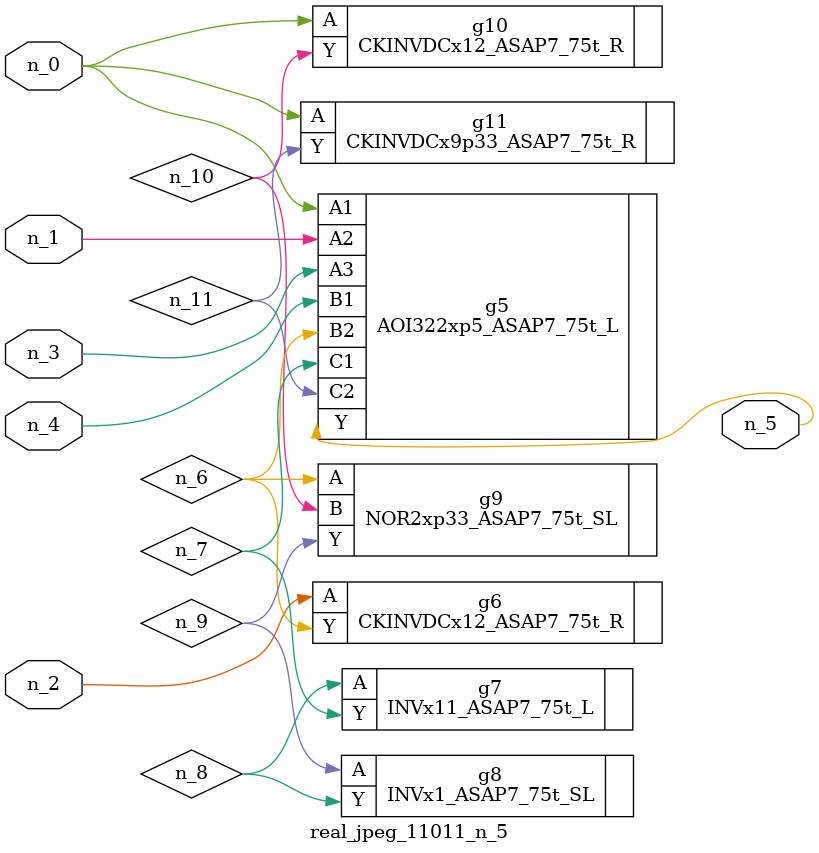
<source format=v>
module real_jpeg_11011_n_5 (n_4, n_0, n_1, n_2, n_3, n_5);

input n_4;
input n_0;
input n_1;
input n_2;
input n_3;

output n_5;

wire n_8;
wire n_11;
wire n_6;
wire n_7;
wire n_10;
wire n_9;

AOI322xp5_ASAP7_75t_L g5 ( 
.A1(n_0),
.A2(n_1),
.A3(n_3),
.B1(n_4),
.B2(n_6),
.C1(n_7),
.C2(n_11),
.Y(n_5)
);

CKINVDCx12_ASAP7_75t_R g10 ( 
.A(n_0),
.Y(n_10)
);

CKINVDCx9p33_ASAP7_75t_R g11 ( 
.A(n_0),
.Y(n_11)
);

CKINVDCx12_ASAP7_75t_R g6 ( 
.A(n_2),
.Y(n_6)
);

NOR2xp33_ASAP7_75t_SL g9 ( 
.A(n_6),
.B(n_10),
.Y(n_9)
);

INVx11_ASAP7_75t_L g7 ( 
.A(n_8),
.Y(n_7)
);

INVx1_ASAP7_75t_SL g8 ( 
.A(n_9),
.Y(n_8)
);


endmodule
</source>
